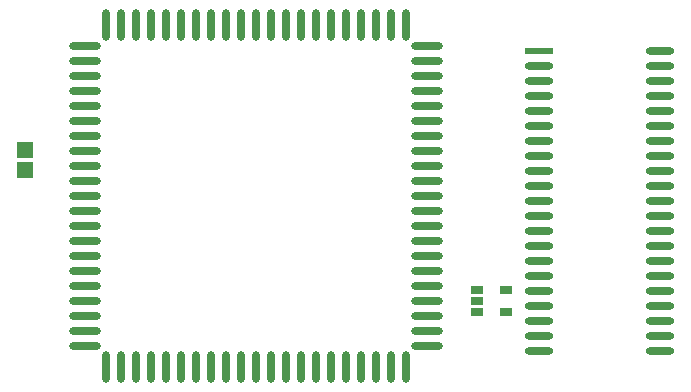
<source format=gtp>
G04 Layer_Color=7318015*
%FSLAX24Y24*%
%MOIN*%
G70*
G01*
G75*
%ADD10R,0.0571X0.0532*%
%ADD11O,0.0276X0.1063*%
%ADD12O,0.1063X0.0276*%
%ADD13O,0.0945X0.0236*%
%ADD14R,0.0945X0.0236*%
%ADD15R,0.0433X0.0256*%
D10*
X25150Y35625D02*
D03*
Y36275D02*
D03*
D11*
X37850Y40439D02*
D03*
X37350D02*
D03*
X36850D02*
D03*
X36350D02*
D03*
X35850D02*
D03*
X35350D02*
D03*
X34850D02*
D03*
X34350D02*
D03*
X33850D02*
D03*
X33350D02*
D03*
X32850D02*
D03*
X32350D02*
D03*
X31850D02*
D03*
X31350D02*
D03*
X30850D02*
D03*
X30350D02*
D03*
X29850D02*
D03*
X29350D02*
D03*
X28850D02*
D03*
X28350D02*
D03*
X27850D02*
D03*
Y29061D02*
D03*
X28350D02*
D03*
X28850D02*
D03*
X29350D02*
D03*
X29850D02*
D03*
X30350D02*
D03*
X30850D02*
D03*
X31350D02*
D03*
X31850D02*
D03*
X32350D02*
D03*
X32850D02*
D03*
X33350D02*
D03*
X33850D02*
D03*
X34350D02*
D03*
X34850D02*
D03*
X35350D02*
D03*
X35850D02*
D03*
X36350D02*
D03*
X36850D02*
D03*
X37350D02*
D03*
X37850D02*
D03*
D12*
X27161Y39750D02*
D03*
Y39250D02*
D03*
Y38750D02*
D03*
Y38250D02*
D03*
Y37750D02*
D03*
Y37250D02*
D03*
Y36750D02*
D03*
Y36250D02*
D03*
Y35750D02*
D03*
Y35250D02*
D03*
Y34750D02*
D03*
Y34250D02*
D03*
Y33750D02*
D03*
Y33250D02*
D03*
Y32750D02*
D03*
Y32250D02*
D03*
Y31750D02*
D03*
Y31250D02*
D03*
Y30750D02*
D03*
Y30250D02*
D03*
Y29750D02*
D03*
X38539D02*
D03*
Y30250D02*
D03*
Y30750D02*
D03*
Y31250D02*
D03*
Y31750D02*
D03*
Y32250D02*
D03*
Y32750D02*
D03*
Y33250D02*
D03*
Y33750D02*
D03*
Y34250D02*
D03*
Y34750D02*
D03*
Y35250D02*
D03*
Y35750D02*
D03*
Y36250D02*
D03*
Y36750D02*
D03*
Y37250D02*
D03*
Y37750D02*
D03*
Y38250D02*
D03*
Y38750D02*
D03*
Y39250D02*
D03*
Y39750D02*
D03*
D13*
X46325Y29600D02*
D03*
Y30100D02*
D03*
Y30600D02*
D03*
Y31100D02*
D03*
Y31600D02*
D03*
Y32100D02*
D03*
Y32600D02*
D03*
Y33100D02*
D03*
Y33600D02*
D03*
Y34100D02*
D03*
Y34600D02*
D03*
Y35100D02*
D03*
Y35600D02*
D03*
Y36100D02*
D03*
Y36600D02*
D03*
Y37100D02*
D03*
Y37600D02*
D03*
Y38100D02*
D03*
Y38600D02*
D03*
Y39100D02*
D03*
Y39600D02*
D03*
X42275Y29600D02*
D03*
Y30100D02*
D03*
Y30600D02*
D03*
Y31100D02*
D03*
Y31600D02*
D03*
Y32100D02*
D03*
Y32600D02*
D03*
Y33100D02*
D03*
Y33600D02*
D03*
Y34100D02*
D03*
Y34600D02*
D03*
Y35100D02*
D03*
Y35600D02*
D03*
Y36100D02*
D03*
Y36600D02*
D03*
Y37100D02*
D03*
Y37600D02*
D03*
Y38100D02*
D03*
Y38600D02*
D03*
Y39100D02*
D03*
D14*
Y39600D02*
D03*
D15*
X40228Y31624D02*
D03*
Y31250D02*
D03*
Y30876D02*
D03*
X41172D02*
D03*
Y31624D02*
D03*
M02*

</source>
